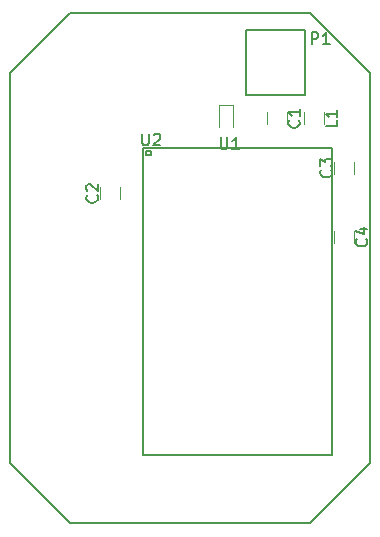
<source format=gbr>
G04 #@! TF.FileFunction,Legend,Top*
%FSLAX46Y46*%
G04 Gerber Fmt 4.6, Leading zero omitted, Abs format (unit mm)*
G04 Created by KiCad (PCBNEW 4.0.6-e0-6349~53~ubuntu16.04.1) date Sun Jun 11 18:05:23 2017*
%MOMM*%
%LPD*%
G01*
G04 APERTURE LIST*
%ADD10C,0.100000*%
%ADD11C,0.120000*%
%ADD12C,0.150000*%
G04 APERTURE END LIST*
D10*
D11*
X215611000Y-84829000D02*
X214411000Y-84829000D01*
X215611000Y-86679000D02*
X215611000Y-84829000D01*
X214411000Y-86679000D02*
X214411000Y-84829000D01*
D12*
X221702000Y-78518000D02*
X221702000Y-84018000D01*
X221702000Y-84018000D02*
X216702000Y-84018000D01*
X216702000Y-84018000D02*
X216702000Y-78518000D01*
X216702000Y-78518000D02*
X221702000Y-78518000D01*
D11*
X220179000Y-86479000D02*
X220179000Y-85479000D01*
X218479000Y-85479000D02*
X218479000Y-86479000D01*
X223354000Y-86479000D02*
X223354000Y-85479000D01*
X221654000Y-85479000D02*
X221654000Y-86479000D01*
D12*
X208276000Y-88769000D02*
X208276000Y-89069000D01*
X208276000Y-89069000D02*
X208626000Y-89069000D01*
X208626000Y-89069000D02*
X208626000Y-88769000D01*
X208626000Y-88769000D02*
X208276000Y-88769000D01*
X208026000Y-88519000D02*
X224026000Y-88519000D01*
X224026000Y-88519000D02*
X224026000Y-114519000D01*
X224026000Y-114519000D02*
X208026000Y-114519000D01*
X208026000Y-114519000D02*
X208026000Y-88519000D01*
X201803000Y-77089000D02*
X222123000Y-77089000D01*
X227203000Y-115189000D02*
X227203000Y-82169000D01*
X201803000Y-120269000D02*
X222123000Y-120269000D01*
X196723000Y-82169000D02*
X196723000Y-115189000D01*
X201803000Y-120269000D02*
X196723000Y-115189000D01*
X222123000Y-120269000D02*
X227203000Y-115189000D01*
X222123000Y-77089000D02*
X227203000Y-82169000D01*
X196723000Y-82169000D02*
X201803000Y-77089000D01*
D11*
X204382000Y-91829000D02*
X204382000Y-92829000D01*
X206082000Y-92829000D02*
X206082000Y-91829000D01*
X224194000Y-89670000D02*
X224194000Y-90670000D01*
X225894000Y-90670000D02*
X225894000Y-89670000D01*
X225894000Y-96512000D02*
X225894000Y-95512000D01*
X224194000Y-95512000D02*
X224194000Y-96512000D01*
D12*
X214566595Y-87590381D02*
X214566595Y-88399905D01*
X214614214Y-88495143D01*
X214661833Y-88542762D01*
X214757071Y-88590381D01*
X214947548Y-88590381D01*
X215042786Y-88542762D01*
X215090405Y-88495143D01*
X215138024Y-88399905D01*
X215138024Y-87590381D01*
X216138024Y-88590381D02*
X215566595Y-88590381D01*
X215852309Y-88590381D02*
X215852309Y-87590381D01*
X215757071Y-87733238D01*
X215661833Y-87828476D01*
X215566595Y-87876095D01*
X222273905Y-79700381D02*
X222273905Y-78700381D01*
X222654858Y-78700381D01*
X222750096Y-78748000D01*
X222797715Y-78795619D01*
X222845334Y-78890857D01*
X222845334Y-79033714D01*
X222797715Y-79128952D01*
X222750096Y-79176571D01*
X222654858Y-79224190D01*
X222273905Y-79224190D01*
X223797715Y-79700381D02*
X223226286Y-79700381D01*
X223512000Y-79700381D02*
X223512000Y-78700381D01*
X223416762Y-78843238D01*
X223321524Y-78938476D01*
X223226286Y-78986095D01*
X221186143Y-86145666D02*
X221233762Y-86193285D01*
X221281381Y-86336142D01*
X221281381Y-86431380D01*
X221233762Y-86574238D01*
X221138524Y-86669476D01*
X221043286Y-86717095D01*
X220852810Y-86764714D01*
X220709952Y-86764714D01*
X220519476Y-86717095D01*
X220424238Y-86669476D01*
X220329000Y-86574238D01*
X220281381Y-86431380D01*
X220281381Y-86336142D01*
X220329000Y-86193285D01*
X220376619Y-86145666D01*
X221281381Y-85193285D02*
X221281381Y-85764714D01*
X221281381Y-85479000D02*
X220281381Y-85479000D01*
X220424238Y-85574238D01*
X220519476Y-85669476D01*
X220567095Y-85764714D01*
X224456381Y-86145666D02*
X224456381Y-86621857D01*
X223456381Y-86621857D01*
X224456381Y-85288523D02*
X224456381Y-85859952D01*
X224456381Y-85574238D02*
X223456381Y-85574238D01*
X223599238Y-85669476D01*
X223694476Y-85764714D01*
X223742095Y-85859952D01*
X207899095Y-87272881D02*
X207899095Y-88082405D01*
X207946714Y-88177643D01*
X207994333Y-88225262D01*
X208089571Y-88272881D01*
X208280048Y-88272881D01*
X208375286Y-88225262D01*
X208422905Y-88177643D01*
X208470524Y-88082405D01*
X208470524Y-87272881D01*
X208899095Y-87368119D02*
X208946714Y-87320500D01*
X209041952Y-87272881D01*
X209280048Y-87272881D01*
X209375286Y-87320500D01*
X209422905Y-87368119D01*
X209470524Y-87463357D01*
X209470524Y-87558595D01*
X209422905Y-87701452D01*
X208851476Y-88272881D01*
X209470524Y-88272881D01*
X204089143Y-92495666D02*
X204136762Y-92543285D01*
X204184381Y-92686142D01*
X204184381Y-92781380D01*
X204136762Y-92924238D01*
X204041524Y-93019476D01*
X203946286Y-93067095D01*
X203755810Y-93114714D01*
X203612952Y-93114714D01*
X203422476Y-93067095D01*
X203327238Y-93019476D01*
X203232000Y-92924238D01*
X203184381Y-92781380D01*
X203184381Y-92686142D01*
X203232000Y-92543285D01*
X203279619Y-92495666D01*
X203279619Y-92114714D02*
X203232000Y-92067095D01*
X203184381Y-91971857D01*
X203184381Y-91733761D01*
X203232000Y-91638523D01*
X203279619Y-91590904D01*
X203374857Y-91543285D01*
X203470095Y-91543285D01*
X203612952Y-91590904D01*
X204184381Y-92162333D01*
X204184381Y-91543285D01*
X223901143Y-90336666D02*
X223948762Y-90384285D01*
X223996381Y-90527142D01*
X223996381Y-90622380D01*
X223948762Y-90765238D01*
X223853524Y-90860476D01*
X223758286Y-90908095D01*
X223567810Y-90955714D01*
X223424952Y-90955714D01*
X223234476Y-90908095D01*
X223139238Y-90860476D01*
X223044000Y-90765238D01*
X222996381Y-90622380D01*
X222996381Y-90527142D01*
X223044000Y-90384285D01*
X223091619Y-90336666D01*
X222996381Y-90003333D02*
X222996381Y-89384285D01*
X223377333Y-89717619D01*
X223377333Y-89574761D01*
X223424952Y-89479523D01*
X223472571Y-89431904D01*
X223567810Y-89384285D01*
X223805905Y-89384285D01*
X223901143Y-89431904D01*
X223948762Y-89479523D01*
X223996381Y-89574761D01*
X223996381Y-89860476D01*
X223948762Y-89955714D01*
X223901143Y-90003333D01*
X226901143Y-96178666D02*
X226948762Y-96226285D01*
X226996381Y-96369142D01*
X226996381Y-96464380D01*
X226948762Y-96607238D01*
X226853524Y-96702476D01*
X226758286Y-96750095D01*
X226567810Y-96797714D01*
X226424952Y-96797714D01*
X226234476Y-96750095D01*
X226139238Y-96702476D01*
X226044000Y-96607238D01*
X225996381Y-96464380D01*
X225996381Y-96369142D01*
X226044000Y-96226285D01*
X226091619Y-96178666D01*
X226329714Y-95321523D02*
X226996381Y-95321523D01*
X225948762Y-95559619D02*
X226663048Y-95797714D01*
X226663048Y-95178666D01*
M02*

</source>
